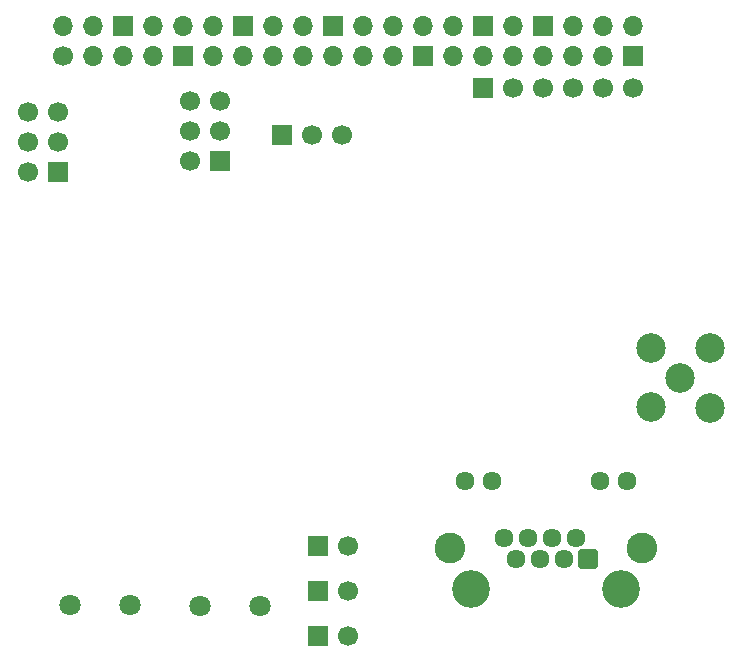
<source format=gbr>
%TF.GenerationSoftware,KiCad,Pcbnew,9.0.7*%
%TF.CreationDate,2026-02-09T21:03:29-05:00*%
%TF.ProjectId,central-board,63656e74-7261-46c2-9d62-6f6172642e6b,rev?*%
%TF.SameCoordinates,PX448a630PY53bb8c0*%
%TF.FileFunction,Soldermask,Bot*%
%TF.FilePolarity,Negative*%
%FSLAX46Y46*%
G04 Gerber Fmt 4.6, Leading zero omitted, Abs format (unit mm)*
G04 Created by KiCad (PCBNEW 9.0.7) date 2026-02-09 21:03:29*
%MOMM*%
%LPD*%
G01*
G04 APERTURE LIST*
G04 Aperture macros list*
%AMRoundRect*
0 Rectangle with rounded corners*
0 $1 Rounding radius*
0 $2 $3 $4 $5 $6 $7 $8 $9 X,Y pos of 4 corners*
0 Add a 4 corners polygon primitive as box body*
4,1,4,$2,$3,$4,$5,$6,$7,$8,$9,$2,$3,0*
0 Add four circle primitives for the rounded corners*
1,1,$1+$1,$2,$3*
1,1,$1+$1,$4,$5*
1,1,$1+$1,$6,$7*
1,1,$1+$1,$8,$9*
0 Add four rect primitives between the rounded corners*
20,1,$1+$1,$2,$3,$4,$5,0*
20,1,$1+$1,$4,$5,$6,$7,0*
20,1,$1+$1,$6,$7,$8,$9,0*
20,1,$1+$1,$8,$9,$2,$3,0*%
G04 Aperture macros list end*
%ADD10C,3.200000*%
%ADD11RoundRect,0.102000X-0.704000X-0.704000X0.704000X-0.704000X0.704000X0.704000X-0.704000X0.704000X0*%
%ADD12C,1.612000*%
%ADD13C,2.604000*%
%ADD14O,1.700000X1.700000*%
%ADD15R,1.700000X1.700000*%
%ADD16C,1.700000*%
%ADD17C,1.803400*%
%ADD18C,2.500000*%
G04 APERTURE END LIST*
D10*
%TO.C,J1*%
X43000000Y6000000D03*
X55700000Y6000000D03*
D11*
X52920000Y8540000D03*
D12*
X51900000Y10320000D03*
X50880000Y8540000D03*
X49860000Y10320000D03*
X48840000Y8540000D03*
X47820000Y10320000D03*
X46800000Y8540000D03*
X45780000Y10320000D03*
X56210000Y15140000D03*
X53920000Y15140000D03*
X44780000Y15140000D03*
X42490000Y15140000D03*
D13*
X41225000Y9430000D03*
X57475000Y9430000D03*
%TD*%
D14*
%TO.C,J4*%
X56707500Y53687000D03*
D15*
X56707500Y51147000D03*
D14*
X54167500Y53687000D03*
X54167500Y51147000D03*
X51627500Y53687000D03*
X51627500Y51147000D03*
D15*
X49087500Y53687000D03*
D14*
X49087500Y51147000D03*
X46547500Y53687000D03*
X46547500Y51147000D03*
D15*
X44007500Y53687000D03*
D14*
X44007500Y51147000D03*
X41467500Y53687000D03*
X41467500Y51147000D03*
X38927500Y53687000D03*
D15*
X38927500Y51147000D03*
D14*
X36387500Y53687000D03*
X36387500Y51147000D03*
X33847500Y53687000D03*
X33847500Y51147000D03*
D15*
X31307500Y53687000D03*
D14*
X31307500Y51147000D03*
X28767500Y53687000D03*
X28767500Y51147000D03*
X26227500Y53687000D03*
X26227500Y51147000D03*
D15*
X23687500Y53687000D03*
D14*
X23687500Y51147000D03*
X21147500Y53687000D03*
X21147500Y51147000D03*
X18607500Y53687000D03*
D15*
X18607500Y51147000D03*
D14*
X16067500Y53687000D03*
X16067500Y51147000D03*
D15*
X13527500Y53687000D03*
D14*
X13527500Y51147000D03*
X10987500Y53687000D03*
X10987500Y51147000D03*
X8447500Y53687000D03*
D16*
X8447500Y51147000D03*
%TD*%
D15*
%TO.C,J12*%
X8000000Y41320000D03*
D16*
X5460000Y41320000D03*
X8000000Y43860000D03*
X5460000Y43860000D03*
X8000000Y46400000D03*
X5460000Y46400000D03*
%TD*%
D15*
%TO.C,J10*%
X30060000Y9600000D03*
D16*
X32600000Y9600000D03*
%TD*%
D15*
%TO.C,J5*%
X27000000Y44400000D03*
D16*
X29540000Y44400000D03*
X32080000Y44400000D03*
%TD*%
D15*
%TO.C,J11*%
X30060000Y2000000D03*
D16*
X32600000Y2000000D03*
%TD*%
D17*
%TO.C,J3*%
X20060000Y4575000D03*
X25140000Y4575000D03*
%TD*%
D15*
%TO.C,J8*%
X30060000Y5800000D03*
D16*
X32600000Y5800000D03*
%TD*%
D15*
%TO.C,J6*%
X21740000Y42260000D03*
D16*
X19200000Y42260000D03*
X21740000Y44800000D03*
X19200000Y44800000D03*
X21740000Y47340000D03*
X19200000Y47340000D03*
%TD*%
D18*
%TO.C,U3*%
X63200000Y26400000D03*
X63240000Y21360000D03*
X58200000Y21400000D03*
X58200000Y26400000D03*
X60700000Y23900000D03*
%TD*%
D17*
%TO.C,J2*%
X9000000Y4600000D03*
X14080000Y4600000D03*
%TD*%
D15*
%TO.C,J7*%
X44040000Y48400000D03*
D16*
X46580000Y48400000D03*
X49120000Y48400000D03*
X51660000Y48400000D03*
X54200000Y48400000D03*
X56740000Y48400000D03*
%TD*%
M02*

</source>
